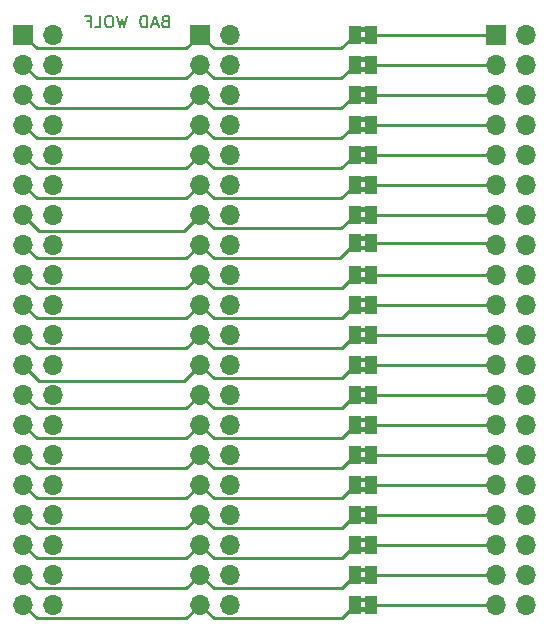
<source format=gbr>
%TF.GenerationSoftware,KiCad,Pcbnew,(5.1.9-16-g1737927814)-1*%
%TF.CreationDate,2021-05-16T11:48:57-05:00*%
%TF.ProjectId,40_pin_breakout,34305f70-696e-45f6-9272-65616b6f7574,rev?*%
%TF.SameCoordinates,Original*%
%TF.FileFunction,Copper,L2,Bot*%
%TF.FilePolarity,Positive*%
%FSLAX46Y46*%
G04 Gerber Fmt 4.6, Leading zero omitted, Abs format (unit mm)*
G04 Created by KiCad (PCBNEW (5.1.9-16-g1737927814)-1) date 2021-05-16 11:48:57*
%MOMM*%
%LPD*%
G01*
G04 APERTURE LIST*
%TA.AperFunction,NonConductor*%
%ADD10C,0.150000*%
%TD*%
%TA.AperFunction,EtchedComponent*%
%ADD11C,0.100000*%
%TD*%
%TA.AperFunction,SMDPad,CuDef*%
%ADD12R,1.000000X1.500000*%
%TD*%
%TA.AperFunction,ComponentPad*%
%ADD13O,1.700000X1.700000*%
%TD*%
%TA.AperFunction,ComponentPad*%
%ADD14R,1.700000X1.700000*%
%TD*%
%TA.AperFunction,Conductor*%
%ADD15C,0.250000*%
%TD*%
G04 APERTURE END LIST*
D10*
X72000666Y-43870571D02*
X71857809Y-43918190D01*
X71810190Y-43965809D01*
X71762571Y-44061047D01*
X71762571Y-44203904D01*
X71810190Y-44299142D01*
X71857809Y-44346761D01*
X71953047Y-44394380D01*
X72334000Y-44394380D01*
X72334000Y-43394380D01*
X72000666Y-43394380D01*
X71905428Y-43442000D01*
X71857809Y-43489619D01*
X71810190Y-43584857D01*
X71810190Y-43680095D01*
X71857809Y-43775333D01*
X71905428Y-43822952D01*
X72000666Y-43870571D01*
X72334000Y-43870571D01*
X71381619Y-44108666D02*
X70905428Y-44108666D01*
X71476857Y-44394380D02*
X71143523Y-43394380D01*
X70810190Y-44394380D01*
X70476857Y-44394380D02*
X70476857Y-43394380D01*
X70238761Y-43394380D01*
X70095904Y-43442000D01*
X70000666Y-43537238D01*
X69953047Y-43632476D01*
X69905428Y-43822952D01*
X69905428Y-43965809D01*
X69953047Y-44156285D01*
X70000666Y-44251523D01*
X70095904Y-44346761D01*
X70238761Y-44394380D01*
X70476857Y-44394380D01*
X68810190Y-43394380D02*
X68572095Y-44394380D01*
X68381619Y-43680095D01*
X68191142Y-44394380D01*
X67953047Y-43394380D01*
X67381619Y-43394380D02*
X67191142Y-43394380D01*
X67095904Y-43442000D01*
X67000666Y-43537238D01*
X66953047Y-43727714D01*
X66953047Y-44061047D01*
X67000666Y-44251523D01*
X67095904Y-44346761D01*
X67191142Y-44394380D01*
X67381619Y-44394380D01*
X67476857Y-44346761D01*
X67572095Y-44251523D01*
X67619714Y-44061047D01*
X67619714Y-43727714D01*
X67572095Y-43537238D01*
X67476857Y-43442000D01*
X67381619Y-43394380D01*
X66048285Y-44394380D02*
X66524476Y-44394380D01*
X66524476Y-43394380D01*
X65381619Y-43870571D02*
X65714952Y-43870571D01*
X65714952Y-44394380D02*
X65714952Y-43394380D01*
X65238761Y-43394380D01*
D11*
%TO.C,JP40*%
G36*
X88520000Y-45600000D02*
G01*
X89020000Y-45600000D01*
X89020000Y-45200000D01*
X88520000Y-45200000D01*
X88520000Y-45600000D01*
G37*
G36*
X88520000Y-44800000D02*
G01*
X89020000Y-44800000D01*
X89020000Y-44400000D01*
X88520000Y-44400000D01*
X88520000Y-44800000D01*
G37*
%TO.C,JP38*%
G36*
X88520000Y-48140000D02*
G01*
X89020000Y-48140000D01*
X89020000Y-47740000D01*
X88520000Y-47740000D01*
X88520000Y-48140000D01*
G37*
G36*
X88520000Y-47340000D02*
G01*
X89020000Y-47340000D01*
X89020000Y-46940000D01*
X88520000Y-46940000D01*
X88520000Y-47340000D01*
G37*
%TO.C,JP36*%
G36*
X88520000Y-50680000D02*
G01*
X89020000Y-50680000D01*
X89020000Y-50280000D01*
X88520000Y-50280000D01*
X88520000Y-50680000D01*
G37*
G36*
X88520000Y-49880000D02*
G01*
X89020000Y-49880000D01*
X89020000Y-49480000D01*
X88520000Y-49480000D01*
X88520000Y-49880000D01*
G37*
%TO.C,JP34*%
G36*
X88520000Y-53220000D02*
G01*
X89020000Y-53220000D01*
X89020000Y-52820000D01*
X88520000Y-52820000D01*
X88520000Y-53220000D01*
G37*
G36*
X88520000Y-52420000D02*
G01*
X89020000Y-52420000D01*
X89020000Y-52020000D01*
X88520000Y-52020000D01*
X88520000Y-52420000D01*
G37*
%TO.C,JP32*%
G36*
X88520000Y-55760000D02*
G01*
X89020000Y-55760000D01*
X89020000Y-55360000D01*
X88520000Y-55360000D01*
X88520000Y-55760000D01*
G37*
G36*
X88520000Y-54960000D02*
G01*
X89020000Y-54960000D01*
X89020000Y-54560000D01*
X88520000Y-54560000D01*
X88520000Y-54960000D01*
G37*
%TO.C,JP30*%
G36*
X88520000Y-58300000D02*
G01*
X89020000Y-58300000D01*
X89020000Y-57900000D01*
X88520000Y-57900000D01*
X88520000Y-58300000D01*
G37*
G36*
X88520000Y-57500000D02*
G01*
X89020000Y-57500000D01*
X89020000Y-57100000D01*
X88520000Y-57100000D01*
X88520000Y-57500000D01*
G37*
%TO.C,JP28*%
G36*
X88520000Y-60840000D02*
G01*
X89020000Y-60840000D01*
X89020000Y-60440000D01*
X88520000Y-60440000D01*
X88520000Y-60840000D01*
G37*
G36*
X88520000Y-60040000D02*
G01*
X89020000Y-60040000D01*
X89020000Y-59640000D01*
X88520000Y-59640000D01*
X88520000Y-60040000D01*
G37*
%TO.C,JP26*%
G36*
X88520000Y-63280000D02*
G01*
X89020000Y-63280000D01*
X89020000Y-62880000D01*
X88520000Y-62880000D01*
X88520000Y-63280000D01*
G37*
G36*
X88520000Y-62480000D02*
G01*
X89020000Y-62480000D01*
X89020000Y-62080000D01*
X88520000Y-62080000D01*
X88520000Y-62480000D01*
G37*
%TO.C,JP24*%
G36*
X88520000Y-65936000D02*
G01*
X89020000Y-65936000D01*
X89020000Y-65536000D01*
X88520000Y-65536000D01*
X88520000Y-65936000D01*
G37*
G36*
X88520000Y-65136000D02*
G01*
X89020000Y-65136000D01*
X89020000Y-64736000D01*
X88520000Y-64736000D01*
X88520000Y-65136000D01*
G37*
%TO.C,JP22*%
G36*
X88520000Y-68476000D02*
G01*
X89020000Y-68476000D01*
X89020000Y-68076000D01*
X88520000Y-68076000D01*
X88520000Y-68476000D01*
G37*
G36*
X88520000Y-67676000D02*
G01*
X89020000Y-67676000D01*
X89020000Y-67276000D01*
X88520000Y-67276000D01*
X88520000Y-67676000D01*
G37*
%TO.C,JP20*%
G36*
X88520000Y-71016000D02*
G01*
X89020000Y-71016000D01*
X89020000Y-70616000D01*
X88520000Y-70616000D01*
X88520000Y-71016000D01*
G37*
G36*
X88520000Y-70216000D02*
G01*
X89020000Y-70216000D01*
X89020000Y-69816000D01*
X88520000Y-69816000D01*
X88520000Y-70216000D01*
G37*
%TO.C,JP18*%
G36*
X88520000Y-73556000D02*
G01*
X89020000Y-73556000D01*
X89020000Y-73156000D01*
X88520000Y-73156000D01*
X88520000Y-73556000D01*
G37*
G36*
X88520000Y-72756000D02*
G01*
X89020000Y-72756000D01*
X89020000Y-72356000D01*
X88520000Y-72356000D01*
X88520000Y-72756000D01*
G37*
%TO.C,JP16*%
G36*
X88520000Y-76096000D02*
G01*
X89020000Y-76096000D01*
X89020000Y-75696000D01*
X88520000Y-75696000D01*
X88520000Y-76096000D01*
G37*
G36*
X88520000Y-75296000D02*
G01*
X89020000Y-75296000D01*
X89020000Y-74896000D01*
X88520000Y-74896000D01*
X88520000Y-75296000D01*
G37*
%TO.C,JP14*%
G36*
X88520000Y-78636000D02*
G01*
X89020000Y-78636000D01*
X89020000Y-78236000D01*
X88520000Y-78236000D01*
X88520000Y-78636000D01*
G37*
G36*
X88520000Y-77836000D02*
G01*
X89020000Y-77836000D01*
X89020000Y-77436000D01*
X88520000Y-77436000D01*
X88520000Y-77836000D01*
G37*
%TO.C,JP12*%
G36*
X88520000Y-81176000D02*
G01*
X89020000Y-81176000D01*
X89020000Y-80776000D01*
X88520000Y-80776000D01*
X88520000Y-81176000D01*
G37*
G36*
X88520000Y-80376000D02*
G01*
X89020000Y-80376000D01*
X89020000Y-79976000D01*
X88520000Y-79976000D01*
X88520000Y-80376000D01*
G37*
%TO.C,JP10*%
G36*
X88520000Y-83716000D02*
G01*
X89020000Y-83716000D01*
X89020000Y-83316000D01*
X88520000Y-83316000D01*
X88520000Y-83716000D01*
G37*
G36*
X88520000Y-82916000D02*
G01*
X89020000Y-82916000D01*
X89020000Y-82516000D01*
X88520000Y-82516000D01*
X88520000Y-82916000D01*
G37*
%TO.C,JP8*%
G36*
X88520000Y-86256000D02*
G01*
X89020000Y-86256000D01*
X89020000Y-85856000D01*
X88520000Y-85856000D01*
X88520000Y-86256000D01*
G37*
G36*
X88520000Y-85456000D02*
G01*
X89020000Y-85456000D01*
X89020000Y-85056000D01*
X88520000Y-85056000D01*
X88520000Y-85456000D01*
G37*
%TO.C,JP6*%
G36*
X88520000Y-88796000D02*
G01*
X89020000Y-88796000D01*
X89020000Y-88396000D01*
X88520000Y-88396000D01*
X88520000Y-88796000D01*
G37*
G36*
X88520000Y-87996000D02*
G01*
X89020000Y-87996000D01*
X89020000Y-87596000D01*
X88520000Y-87596000D01*
X88520000Y-87996000D01*
G37*
%TO.C,JP4*%
G36*
X88520000Y-91336000D02*
G01*
X89020000Y-91336000D01*
X89020000Y-90936000D01*
X88520000Y-90936000D01*
X88520000Y-91336000D01*
G37*
G36*
X88520000Y-90536000D02*
G01*
X89020000Y-90536000D01*
X89020000Y-90136000D01*
X88520000Y-90136000D01*
X88520000Y-90536000D01*
G37*
%TO.C,JP2*%
G36*
X88520000Y-93876000D02*
G01*
X89020000Y-93876000D01*
X89020000Y-93476000D01*
X88520000Y-93476000D01*
X88520000Y-93876000D01*
G37*
G36*
X88520000Y-93076000D02*
G01*
X89020000Y-93076000D01*
X89020000Y-92676000D01*
X88520000Y-92676000D01*
X88520000Y-93076000D01*
G37*
%TD*%
D12*
%TO.P,JP40,2*%
%TO.N,PIN_01_B*%
X89420000Y-45000000D03*
%TO.P,JP40,1*%
%TO.N,PIN_01*%
X88120000Y-45000000D03*
%TD*%
%TO.P,JP38,2*%
%TO.N,PIN_03_B*%
X89420000Y-47540000D03*
%TO.P,JP38,1*%
%TO.N,PIN_03*%
X88120000Y-47540000D03*
%TD*%
%TO.P,JP36,2*%
%TO.N,PIN_05_B*%
X89420000Y-50080000D03*
%TO.P,JP36,1*%
%TO.N,PIN_05*%
X88120000Y-50080000D03*
%TD*%
%TO.P,JP34,2*%
%TO.N,PIN_07_B*%
X89420000Y-52620000D03*
%TO.P,JP34,1*%
%TO.N,PIN_07*%
X88120000Y-52620000D03*
%TD*%
%TO.P,JP32,2*%
%TO.N,PIN_09_B*%
X89420000Y-55160000D03*
%TO.P,JP32,1*%
%TO.N,PIN_09*%
X88120000Y-55160000D03*
%TD*%
%TO.P,JP30,2*%
%TO.N,PIN_11_B*%
X89420000Y-57700000D03*
%TO.P,JP30,1*%
%TO.N,PIN_11*%
X88120000Y-57700000D03*
%TD*%
%TO.P,JP28,2*%
%TO.N,PIN_13_B*%
X89420000Y-60240000D03*
%TO.P,JP28,1*%
%TO.N,PIN_13*%
X88120000Y-60240000D03*
%TD*%
%TO.P,JP26,2*%
%TO.N,PIN_15_B*%
X89420000Y-62680000D03*
%TO.P,JP26,1*%
%TO.N,PIN_15*%
X88120000Y-62680000D03*
%TD*%
%TO.P,JP24,2*%
%TO.N,PIN_17_B*%
X89420000Y-65336000D03*
%TO.P,JP24,1*%
%TO.N,PIN_17*%
X88120000Y-65336000D03*
%TD*%
%TO.P,JP22,2*%
%TO.N,PIN_19_B*%
X89420000Y-67876000D03*
%TO.P,JP22,1*%
%TO.N,PIN_19*%
X88120000Y-67876000D03*
%TD*%
%TO.P,JP20,2*%
%TO.N,PIN_21_B*%
X89420000Y-70416000D03*
%TO.P,JP20,1*%
%TO.N,PIN_21*%
X88120000Y-70416000D03*
%TD*%
%TO.P,JP18,2*%
%TO.N,PIN_23_B*%
X89420000Y-72956000D03*
%TO.P,JP18,1*%
%TO.N,PIN_23*%
X88120000Y-72956000D03*
%TD*%
%TO.P,JP16,2*%
%TO.N,PIN_25_B*%
X89420000Y-75496000D03*
%TO.P,JP16,1*%
%TO.N,PIN_25*%
X88120000Y-75496000D03*
%TD*%
%TO.P,JP14,2*%
%TO.N,PIN_27_B*%
X89420000Y-78036000D03*
%TO.P,JP14,1*%
%TO.N,PIN_27*%
X88120000Y-78036000D03*
%TD*%
%TO.P,JP12,2*%
%TO.N,PIN_29_B*%
X89420000Y-80576000D03*
%TO.P,JP12,1*%
%TO.N,PIN_29*%
X88120000Y-80576000D03*
%TD*%
%TO.P,JP10,2*%
%TO.N,PIN_31_B*%
X89420000Y-83116000D03*
%TO.P,JP10,1*%
%TO.N,PIN_31*%
X88120000Y-83116000D03*
%TD*%
%TO.P,JP8,2*%
%TO.N,PIN_33_B*%
X89420000Y-85656000D03*
%TO.P,JP8,1*%
%TO.N,PIN_33*%
X88120000Y-85656000D03*
%TD*%
%TO.P,JP6,2*%
%TO.N,PIN_35_B*%
X89420000Y-88196000D03*
%TO.P,JP6,1*%
%TO.N,PIN_35*%
X88120000Y-88196000D03*
%TD*%
%TO.P,JP4,2*%
%TO.N,PIN_37_B*%
X89420000Y-90736000D03*
%TO.P,JP4,1*%
%TO.N,PIN_37*%
X88120000Y-90736000D03*
%TD*%
%TO.P,JP2,2*%
%TO.N,PIN_39_B*%
X89420000Y-93276000D03*
%TO.P,JP2,1*%
%TO.N,PIN_39*%
X88120000Y-93276000D03*
%TD*%
D13*
%TO.P,J3,40*%
%TO.N,PIN_40_B*%
X102540000Y-93260000D03*
%TO.P,J3,39*%
%TO.N,PIN_39_B*%
X100000000Y-93260000D03*
%TO.P,J3,38*%
%TO.N,PIN_38_B*%
X102540000Y-90720000D03*
%TO.P,J3,37*%
%TO.N,PIN_37_B*%
X100000000Y-90720000D03*
%TO.P,J3,36*%
%TO.N,PIN_36_B*%
X102540000Y-88180000D03*
%TO.P,J3,35*%
%TO.N,PIN_35_B*%
X100000000Y-88180000D03*
%TO.P,J3,34*%
%TO.N,PIN_34_B*%
X102540000Y-85640000D03*
%TO.P,J3,33*%
%TO.N,PIN_33_B*%
X100000000Y-85640000D03*
%TO.P,J3,32*%
%TO.N,PIN_32_B*%
X102540000Y-83100000D03*
%TO.P,J3,31*%
%TO.N,PIN_31_B*%
X100000000Y-83100000D03*
%TO.P,J3,30*%
%TO.N,PIN_30_B*%
X102540000Y-80560000D03*
%TO.P,J3,29*%
%TO.N,PIN_29_B*%
X100000000Y-80560000D03*
%TO.P,J3,28*%
%TO.N,PIN_28_B*%
X102540000Y-78020000D03*
%TO.P,J3,27*%
%TO.N,PIN_27_B*%
X100000000Y-78020000D03*
%TO.P,J3,26*%
%TO.N,PIN_26_B*%
X102540000Y-75480000D03*
%TO.P,J3,25*%
%TO.N,PIN_25_B*%
X100000000Y-75480000D03*
%TO.P,J3,24*%
%TO.N,PIN_24_B*%
X102540000Y-72940000D03*
%TO.P,J3,23*%
%TO.N,PIN_23_B*%
X100000000Y-72940000D03*
%TO.P,J3,22*%
%TO.N,PIN_22_B*%
X102540000Y-70400000D03*
%TO.P,J3,21*%
%TO.N,PIN_21_B*%
X100000000Y-70400000D03*
%TO.P,J3,20*%
%TO.N,PIN_20_B*%
X102540000Y-67860000D03*
%TO.P,J3,19*%
%TO.N,PIN_19_B*%
X100000000Y-67860000D03*
%TO.P,J3,18*%
%TO.N,PIN_18_B*%
X102540000Y-65320000D03*
%TO.P,J3,17*%
%TO.N,PIN_17_B*%
X100000000Y-65320000D03*
%TO.P,J3,16*%
%TO.N,PIN_16_B*%
X102540000Y-62780000D03*
%TO.P,J3,15*%
%TO.N,PIN_15_B*%
X100000000Y-62780000D03*
%TO.P,J3,14*%
%TO.N,PIN_14_B*%
X102540000Y-60240000D03*
%TO.P,J3,13*%
%TO.N,PIN_13_B*%
X100000000Y-60240000D03*
%TO.P,J3,12*%
%TO.N,PIN_12_B*%
X102540000Y-57700000D03*
%TO.P,J3,11*%
%TO.N,PIN_11_B*%
X100000000Y-57700000D03*
%TO.P,J3,10*%
%TO.N,PIN_10_B*%
X102540000Y-55160000D03*
%TO.P,J3,9*%
%TO.N,PIN_09_B*%
X100000000Y-55160000D03*
%TO.P,J3,8*%
%TO.N,PIN_08_B*%
X102540000Y-52620000D03*
%TO.P,J3,7*%
%TO.N,PIN_07_B*%
X100000000Y-52620000D03*
%TO.P,J3,6*%
%TO.N,PIN_06_B*%
X102540000Y-50080000D03*
%TO.P,J3,5*%
%TO.N,PIN_05_B*%
X100000000Y-50080000D03*
%TO.P,J3,4*%
%TO.N,PIN_04_B*%
X102540000Y-47540000D03*
%TO.P,J3,3*%
%TO.N,PIN_03_B*%
X100000000Y-47540000D03*
%TO.P,J3,2*%
%TO.N,PIN_02_B*%
X102540000Y-45000000D03*
D14*
%TO.P,J3,1*%
%TO.N,PIN_01_B*%
X100000000Y-45000000D03*
%TD*%
D13*
%TO.P,J2,40*%
%TO.N,PIN_40*%
X77540000Y-93260000D03*
%TO.P,J2,39*%
%TO.N,PIN_39*%
X75000000Y-93260000D03*
%TO.P,J2,38*%
%TO.N,PIN_38*%
X77540000Y-90720000D03*
%TO.P,J2,37*%
%TO.N,PIN_37*%
X75000000Y-90720000D03*
%TO.P,J2,36*%
%TO.N,PIN_36*%
X77540000Y-88180000D03*
%TO.P,J2,35*%
%TO.N,PIN_35*%
X75000000Y-88180000D03*
%TO.P,J2,34*%
%TO.N,PIN_34*%
X77540000Y-85640000D03*
%TO.P,J2,33*%
%TO.N,PIN_33*%
X75000000Y-85640000D03*
%TO.P,J2,32*%
%TO.N,PIN_32*%
X77540000Y-83100000D03*
%TO.P,J2,31*%
%TO.N,PIN_31*%
X75000000Y-83100000D03*
%TO.P,J2,30*%
%TO.N,PIN_30*%
X77540000Y-80560000D03*
%TO.P,J2,29*%
%TO.N,PIN_29*%
X75000000Y-80560000D03*
%TO.P,J2,28*%
%TO.N,PIN_28*%
X77540000Y-78020000D03*
%TO.P,J2,27*%
%TO.N,PIN_27*%
X75000000Y-78020000D03*
%TO.P,J2,26*%
%TO.N,PIN_26*%
X77540000Y-75480000D03*
%TO.P,J2,25*%
%TO.N,PIN_25*%
X75000000Y-75480000D03*
%TO.P,J2,24*%
%TO.N,PIN_24*%
X77540000Y-72940000D03*
%TO.P,J2,23*%
%TO.N,PIN_23*%
X75000000Y-72940000D03*
%TO.P,J2,22*%
%TO.N,PIN_22*%
X77540000Y-70400000D03*
%TO.P,J2,21*%
%TO.N,PIN_21*%
X75000000Y-70400000D03*
%TO.P,J2,20*%
%TO.N,PIN_20*%
X77540000Y-67860000D03*
%TO.P,J2,19*%
%TO.N,PIN_19*%
X75000000Y-67860000D03*
%TO.P,J2,18*%
%TO.N,PIN_18*%
X77540000Y-65320000D03*
%TO.P,J2,17*%
%TO.N,PIN_17*%
X75000000Y-65320000D03*
%TO.P,J2,16*%
%TO.N,PIN_16*%
X77540000Y-62780000D03*
%TO.P,J2,15*%
%TO.N,PIN_15*%
X75000000Y-62780000D03*
%TO.P,J2,14*%
%TO.N,PIN_14*%
X77540000Y-60240000D03*
%TO.P,J2,13*%
%TO.N,PIN_13*%
X75000000Y-60240000D03*
%TO.P,J2,12*%
%TO.N,PIN_12*%
X77540000Y-57700000D03*
%TO.P,J2,11*%
%TO.N,PIN_11*%
X75000000Y-57700000D03*
%TO.P,J2,10*%
%TO.N,PIN_10*%
X77540000Y-55160000D03*
%TO.P,J2,9*%
%TO.N,PIN_09*%
X75000000Y-55160000D03*
%TO.P,J2,8*%
%TO.N,PIN_08*%
X77540000Y-52620000D03*
%TO.P,J2,7*%
%TO.N,PIN_07*%
X75000000Y-52620000D03*
%TO.P,J2,6*%
%TO.N,PIN_06*%
X77540000Y-50080000D03*
%TO.P,J2,5*%
%TO.N,PIN_05*%
X75000000Y-50080000D03*
%TO.P,J2,4*%
%TO.N,PIN_04*%
X77540000Y-47540000D03*
%TO.P,J2,3*%
%TO.N,PIN_03*%
X75000000Y-47540000D03*
%TO.P,J2,2*%
%TO.N,PIN_02*%
X77540000Y-45000000D03*
D14*
%TO.P,J2,1*%
%TO.N,PIN_01*%
X75000000Y-45000000D03*
%TD*%
D13*
%TO.P,J1,40*%
%TO.N,PIN_40*%
X62540000Y-93260000D03*
%TO.P,J1,39*%
%TO.N,PIN_39*%
X60000000Y-93260000D03*
%TO.P,J1,38*%
%TO.N,PIN_38*%
X62540000Y-90720000D03*
%TO.P,J1,37*%
%TO.N,PIN_37*%
X60000000Y-90720000D03*
%TO.P,J1,36*%
%TO.N,PIN_36*%
X62540000Y-88180000D03*
%TO.P,J1,35*%
%TO.N,PIN_35*%
X60000000Y-88180000D03*
%TO.P,J1,34*%
%TO.N,PIN_34*%
X62540000Y-85640000D03*
%TO.P,J1,33*%
%TO.N,PIN_33*%
X60000000Y-85640000D03*
%TO.P,J1,32*%
%TO.N,PIN_32*%
X62540000Y-83100000D03*
%TO.P,J1,31*%
%TO.N,PIN_31*%
X60000000Y-83100000D03*
%TO.P,J1,30*%
%TO.N,PIN_30*%
X62540000Y-80560000D03*
%TO.P,J1,29*%
%TO.N,PIN_29*%
X60000000Y-80560000D03*
%TO.P,J1,28*%
%TO.N,PIN_28*%
X62540000Y-78020000D03*
%TO.P,J1,27*%
%TO.N,PIN_27*%
X60000000Y-78020000D03*
%TO.P,J1,26*%
%TO.N,PIN_26*%
X62540000Y-75480000D03*
%TO.P,J1,25*%
%TO.N,PIN_25*%
X60000000Y-75480000D03*
%TO.P,J1,24*%
%TO.N,PIN_24*%
X62540000Y-72940000D03*
%TO.P,J1,23*%
%TO.N,PIN_23*%
X60000000Y-72940000D03*
%TO.P,J1,22*%
%TO.N,PIN_22*%
X62540000Y-70400000D03*
%TO.P,J1,21*%
%TO.N,PIN_21*%
X60000000Y-70400000D03*
%TO.P,J1,20*%
%TO.N,PIN_20*%
X62540000Y-67860000D03*
%TO.P,J1,19*%
%TO.N,PIN_19*%
X60000000Y-67860000D03*
%TO.P,J1,18*%
%TO.N,PIN_18*%
X62540000Y-65320000D03*
%TO.P,J1,17*%
%TO.N,PIN_17*%
X60000000Y-65320000D03*
%TO.P,J1,16*%
%TO.N,PIN_16*%
X62540000Y-62780000D03*
%TO.P,J1,15*%
%TO.N,PIN_15*%
X60000000Y-62780000D03*
%TO.P,J1,14*%
%TO.N,PIN_14*%
X62540000Y-60240000D03*
%TO.P,J1,13*%
%TO.N,PIN_13*%
X60000000Y-60240000D03*
%TO.P,J1,12*%
%TO.N,PIN_12*%
X62540000Y-57700000D03*
%TO.P,J1,11*%
%TO.N,PIN_11*%
X60000000Y-57700000D03*
%TO.P,J1,10*%
%TO.N,PIN_10*%
X62540000Y-55160000D03*
%TO.P,J1,9*%
%TO.N,PIN_09*%
X60000000Y-55160000D03*
%TO.P,J1,8*%
%TO.N,PIN_08*%
X62540000Y-52620000D03*
%TO.P,J1,7*%
%TO.N,PIN_07*%
X60000000Y-52620000D03*
%TO.P,J1,6*%
%TO.N,PIN_06*%
X62540000Y-50080000D03*
%TO.P,J1,5*%
%TO.N,PIN_05*%
X60000000Y-50080000D03*
%TO.P,J1,4*%
%TO.N,PIN_04*%
X62540000Y-47540000D03*
%TO.P,J1,3*%
%TO.N,PIN_03*%
X60000000Y-47540000D03*
%TO.P,J1,2*%
%TO.N,PIN_02*%
X62540000Y-45000000D03*
D14*
%TO.P,J1,1*%
%TO.N,PIN_01*%
X60000000Y-45000000D03*
%TD*%
D15*
%TO.N,PIN_39*%
X73824999Y-94435001D02*
X75000000Y-93260000D01*
X61175001Y-94435001D02*
X73824999Y-94435001D01*
X60000000Y-93260000D02*
X61175001Y-94435001D01*
X86960999Y-94435001D02*
X88120000Y-93276000D01*
X76175001Y-94435001D02*
X86960999Y-94435001D01*
X75000000Y-93260000D02*
X76175001Y-94435001D01*
%TO.N,PIN_37*%
X73824999Y-91895001D02*
X75000000Y-90720000D01*
X61175001Y-91895001D02*
X73824999Y-91895001D01*
X60000000Y-90720000D02*
X61175001Y-91895001D01*
X86960999Y-91895001D02*
X88120000Y-90736000D01*
X76175001Y-91895001D02*
X86960999Y-91895001D01*
X75000000Y-90720000D02*
X76175001Y-91895001D01*
%TO.N,PIN_35*%
X73824999Y-89355001D02*
X75000000Y-88180000D01*
X61175001Y-89355001D02*
X73824999Y-89355001D01*
X60000000Y-88180000D02*
X61175001Y-89355001D01*
X86960999Y-89355001D02*
X88120000Y-88196000D01*
X76175001Y-89355001D02*
X86960999Y-89355001D01*
X75000000Y-88180000D02*
X76175001Y-89355001D01*
%TO.N,PIN_33*%
X73824999Y-86815001D02*
X75000000Y-85640000D01*
X61175001Y-86815001D02*
X73824999Y-86815001D01*
X60000000Y-85640000D02*
X61175001Y-86815001D01*
X86960999Y-86815001D02*
X88120000Y-85656000D01*
X76175001Y-86815001D02*
X86960999Y-86815001D01*
X75000000Y-85640000D02*
X76175001Y-86815001D01*
%TO.N,PIN_31*%
X73824999Y-84275001D02*
X75000000Y-83100000D01*
X61175001Y-84275001D02*
X73824999Y-84275001D01*
X60000000Y-83100000D02*
X61175001Y-84275001D01*
X76175001Y-84275001D02*
X86960999Y-84275001D01*
X75000000Y-83100000D02*
X76175001Y-84275001D01*
X86960999Y-84275001D02*
X88178000Y-83058000D01*
%TO.N,PIN_29*%
X73824999Y-81735001D02*
X75000000Y-80560000D01*
X61175001Y-81735001D02*
X73824999Y-81735001D01*
X60000000Y-80560000D02*
X61175001Y-81735001D01*
X86960999Y-81735001D02*
X88120000Y-80576000D01*
X76175001Y-81735001D02*
X86960999Y-81735001D01*
X75000000Y-80560000D02*
X76175001Y-81735001D01*
%TO.N,PIN_27*%
X73824999Y-79195001D02*
X75000000Y-78020000D01*
X61175001Y-79195001D02*
X73824999Y-79195001D01*
X60000000Y-78020000D02*
X61175001Y-79195001D01*
X86960999Y-79195001D02*
X88120000Y-78036000D01*
X76175001Y-79195001D02*
X86960999Y-79195001D01*
X75000000Y-78020000D02*
X76175001Y-79195001D01*
%TO.N,PIN_25*%
X73824999Y-76655001D02*
X75000000Y-75480000D01*
X61175001Y-76655001D02*
X73824999Y-76655001D01*
X60000000Y-75480000D02*
X61175001Y-76655001D01*
X86960999Y-76655001D02*
X88120000Y-75496000D01*
X76175001Y-76655001D02*
X86960999Y-76655001D01*
X75000000Y-75480000D02*
X76175001Y-76655001D01*
%TO.N,PIN_23*%
X73635001Y-74304999D02*
X75000000Y-72940000D01*
X61364999Y-74304999D02*
X73635001Y-74304999D01*
X60000000Y-72940000D02*
X61364999Y-74304999D01*
X86960999Y-74115001D02*
X88120000Y-72956000D01*
X76175001Y-74115001D02*
X86960999Y-74115001D01*
X75000000Y-72940000D02*
X76175001Y-74115001D01*
%TO.N,PIN_21*%
X73824999Y-71575001D02*
X75000000Y-70400000D01*
X61175001Y-71575001D02*
X73824999Y-71575001D01*
X60000000Y-70400000D02*
X61175001Y-71575001D01*
X76175001Y-71575001D02*
X86960999Y-71575001D01*
X86960999Y-71575001D02*
X88120000Y-70416000D01*
X75000000Y-70400000D02*
X76175001Y-71575001D01*
%TO.N,PIN_19*%
X73824999Y-69035001D02*
X75000000Y-67860000D01*
X61175001Y-69035001D02*
X73824999Y-69035001D01*
X60000000Y-67860000D02*
X61175001Y-69035001D01*
X86960999Y-69035001D02*
X88120000Y-67876000D01*
X76175001Y-69035001D02*
X86960999Y-69035001D01*
X75000000Y-67860000D02*
X76175001Y-69035001D01*
%TO.N,PIN_17*%
X73824999Y-66495001D02*
X75000000Y-65320000D01*
X61175001Y-66495001D02*
X73824999Y-66495001D01*
X60000000Y-65320000D02*
X61175001Y-66495001D01*
X86960999Y-66495001D02*
X88120000Y-65336000D01*
X76175001Y-66495001D02*
X86960999Y-66495001D01*
X75000000Y-65320000D02*
X76175001Y-66495001D01*
%TO.N,PIN_15*%
X73824999Y-63955001D02*
X75000000Y-62780000D01*
X61175001Y-63955001D02*
X73824999Y-63955001D01*
X60000000Y-62780000D02*
X61175001Y-63955001D01*
X86844999Y-63955001D02*
X88120000Y-62680000D01*
X76175001Y-63955001D02*
X86844999Y-63955001D01*
X75000000Y-62780000D02*
X76175001Y-63955001D01*
%TO.N,PIN_13*%
X73635001Y-61604999D02*
X75000000Y-60240000D01*
X61364999Y-61604999D02*
X73635001Y-61604999D01*
X60000000Y-60240000D02*
X61364999Y-61604999D01*
X86944999Y-61415001D02*
X88120000Y-60240000D01*
X76175001Y-61415001D02*
X86944999Y-61415001D01*
X75000000Y-60240000D02*
X76175001Y-61415001D01*
%TO.N,PIN_11*%
X73824999Y-58875001D02*
X75000000Y-57700000D01*
X61175001Y-58875001D02*
X73824999Y-58875001D01*
X60000000Y-57700000D02*
X61175001Y-58875001D01*
X86944999Y-58875001D02*
X88120000Y-57700000D01*
X76175001Y-58875001D02*
X86944999Y-58875001D01*
X75000000Y-57700000D02*
X76175001Y-58875001D01*
%TO.N,PIN_09*%
X73824999Y-56335001D02*
X75000000Y-55160000D01*
X61175001Y-56335001D02*
X73824999Y-56335001D01*
X60000000Y-55160000D02*
X61175001Y-56335001D01*
X86944999Y-56335001D02*
X88120000Y-55160000D01*
X76175001Y-56335001D02*
X86944999Y-56335001D01*
X75000000Y-55160000D02*
X76175001Y-56335001D01*
%TO.N,PIN_07*%
X73824999Y-53795001D02*
X75000000Y-52620000D01*
X61175001Y-53795001D02*
X73824999Y-53795001D01*
X60000000Y-52620000D02*
X61175001Y-53795001D01*
X86944999Y-53795001D02*
X88120000Y-52620000D01*
X76175001Y-53795001D02*
X86944999Y-53795001D01*
X75000000Y-52620000D02*
X76175001Y-53795001D01*
%TO.N,PIN_05*%
X73824999Y-51255001D02*
X75000000Y-50080000D01*
X61175001Y-51255001D02*
X73824999Y-51255001D01*
X60000000Y-50080000D02*
X61175001Y-51255001D01*
X86944999Y-51255001D02*
X88120000Y-50080000D01*
X76175001Y-51255001D02*
X86944999Y-51255001D01*
X75000000Y-50080000D02*
X76175001Y-51255001D01*
%TO.N,PIN_03*%
X73824999Y-48715001D02*
X75000000Y-47540000D01*
X61175001Y-48715001D02*
X73824999Y-48715001D01*
X60000000Y-47540000D02*
X61175001Y-48715001D01*
X86944999Y-48715001D02*
X88120000Y-47540000D01*
X76175001Y-48715001D02*
X86944999Y-48715001D01*
X75000000Y-47540000D02*
X76175001Y-48715001D01*
%TO.N,PIN_01*%
X73824999Y-46175001D02*
X75000000Y-45000000D01*
X61175001Y-46175001D02*
X73824999Y-46175001D01*
X60000000Y-45000000D02*
X61175001Y-46175001D01*
X86944999Y-46175001D02*
X88120000Y-45000000D01*
X76175001Y-46175001D02*
X86944999Y-46175001D01*
X75000000Y-45000000D02*
X76175001Y-46175001D01*
%TO.N,PIN_39_B*%
X99984000Y-93276000D02*
X100000000Y-93260000D01*
X89420000Y-93276000D02*
X99984000Y-93276000D01*
%TO.N,PIN_37_B*%
X99984000Y-90736000D02*
X100000000Y-90720000D01*
X89420000Y-90736000D02*
X99984000Y-90736000D01*
%TO.N,PIN_35_B*%
X99984000Y-88196000D02*
X100000000Y-88180000D01*
X89420000Y-88196000D02*
X99984000Y-88196000D01*
%TO.N,PIN_33_B*%
X99984000Y-85656000D02*
X100000000Y-85640000D01*
X89420000Y-85656000D02*
X99984000Y-85656000D01*
%TO.N,PIN_31_B*%
X99984000Y-83116000D02*
X100000000Y-83100000D01*
X89420000Y-83116000D02*
X99984000Y-83116000D01*
%TO.N,PIN_29_B*%
X99984000Y-80576000D02*
X100000000Y-80560000D01*
X89420000Y-80576000D02*
X99984000Y-80576000D01*
%TO.N,PIN_27_B*%
X99984000Y-78036000D02*
X100000000Y-78020000D01*
X89420000Y-78036000D02*
X99984000Y-78036000D01*
%TO.N,PIN_25_B*%
X99984000Y-75496000D02*
X100000000Y-75480000D01*
X89420000Y-75496000D02*
X99984000Y-75496000D01*
%TO.N,PIN_23_B*%
X99984000Y-72956000D02*
X100000000Y-72940000D01*
X89420000Y-72956000D02*
X99984000Y-72956000D01*
%TO.N,PIN_21_B*%
X99984000Y-70416000D02*
X100000000Y-70400000D01*
X89420000Y-70416000D02*
X99984000Y-70416000D01*
%TO.N,PIN_19_B*%
X99984000Y-67876000D02*
X100000000Y-67860000D01*
X89420000Y-67876000D02*
X99984000Y-67876000D01*
%TO.N,PIN_17_B*%
X99984000Y-65336000D02*
X100000000Y-65320000D01*
X89420000Y-65336000D02*
X99984000Y-65336000D01*
%TO.N,PIN_15_B*%
X99900000Y-62680000D02*
X100000000Y-62780000D01*
X89420000Y-62680000D02*
X99900000Y-62680000D01*
%TO.N,PIN_13_B*%
X89420000Y-60240000D02*
X100000000Y-60240000D01*
%TO.N,PIN_11_B*%
X89420000Y-57700000D02*
X100000000Y-57700000D01*
%TO.N,PIN_09_B*%
X89420000Y-55160000D02*
X100000000Y-55160000D01*
%TO.N,PIN_07_B*%
X89420000Y-52620000D02*
X100000000Y-52620000D01*
%TO.N,PIN_05_B*%
X89420000Y-50080000D02*
X100000000Y-50080000D01*
%TO.N,PIN_03_B*%
X89420000Y-47540000D02*
X100000000Y-47540000D01*
%TO.N,PIN_01_B*%
X89420000Y-45000000D02*
X100000000Y-45000000D01*
%TD*%
M02*

</source>
